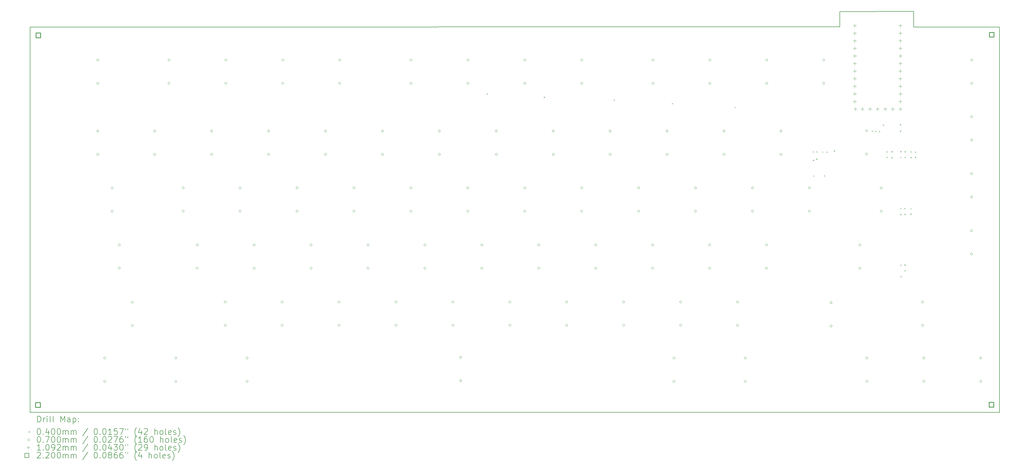
<source format=gbr>
%TF.GenerationSoftware,KiCad,Pcbnew,(6.0.10)*%
%TF.CreationDate,2023-03-05T14:36:38-08:00*%
%TF.ProjectId,keyboard,6b657962-6f61-4726-942e-6b696361645f,rev?*%
%TF.SameCoordinates,Original*%
%TF.FileFunction,Drillmap*%
%TF.FilePolarity,Positive*%
%FSLAX45Y45*%
G04 Gerber Fmt 4.5, Leading zero omitted, Abs format (unit mm)*
G04 Created by KiCad (PCBNEW (6.0.10)) date 2023-03-05 14:36:38*
%MOMM*%
%LPD*%
G01*
G04 APERTURE LIST*
%ADD10C,0.200000*%
%ADD11C,0.040000*%
%ADD12C,0.070000*%
%ADD13C,0.109220*%
%ADD14C,0.220000*%
G04 APERTURE END LIST*
D10*
X38536000Y-9704000D02*
X41010000Y-9702000D01*
X41010000Y-9702000D02*
X41008000Y-10227000D01*
X43874250Y-23130500D02*
G75*
G03*
X43874250Y-23130500I0J0D01*
G01*
X11441750Y-10224250D02*
G75*
G03*
X11441750Y-10224250I0J0D01*
G01*
X11441750Y-23130500D02*
G75*
G03*
X11441750Y-23130500I0J0D01*
G01*
X43874250Y-10224250D02*
X43874250Y-23130500D01*
X41008000Y-10227000D02*
X43874250Y-10224250D01*
X38536000Y-10219000D02*
X11441750Y-10224250D01*
X11441750Y-23130500D02*
X11441750Y-10224250D01*
X43874250Y-23130500D02*
X11441750Y-23130500D01*
X38536000Y-10219000D02*
X38536000Y-9704000D01*
D11*
X26720000Y-12444000D02*
X26760000Y-12484000D01*
X26760000Y-12444000D02*
X26720000Y-12484000D01*
X28626000Y-12554000D02*
X28666000Y-12594000D01*
X28666000Y-12554000D02*
X28626000Y-12594000D01*
X30965000Y-12647000D02*
X31005000Y-12687000D01*
X31005000Y-12647000D02*
X30965000Y-12687000D01*
X32914000Y-12768000D02*
X32954000Y-12808000D01*
X32954000Y-12768000D02*
X32914000Y-12808000D01*
X35019000Y-12896000D02*
X35059000Y-12936000D01*
X35059000Y-12896000D02*
X35019000Y-12936000D01*
X37629000Y-14381000D02*
X37669000Y-14421000D01*
X37669000Y-14381000D02*
X37629000Y-14421000D01*
X37632000Y-14666000D02*
X37672000Y-14706000D01*
X37672000Y-14666000D02*
X37632000Y-14706000D01*
X37645000Y-15192000D02*
X37685000Y-15232000D01*
X37685000Y-15192000D02*
X37645000Y-15232000D01*
X37742000Y-14625000D02*
X37782000Y-14665000D01*
X37782000Y-14625000D02*
X37742000Y-14665000D01*
X37748000Y-14385000D02*
X37788000Y-14425000D01*
X37788000Y-14385000D02*
X37748000Y-14425000D01*
X37940500Y-14387500D02*
X37980500Y-14427500D01*
X37980500Y-14387500D02*
X37940500Y-14427500D01*
X38001000Y-15189000D02*
X38041000Y-15229000D01*
X38041000Y-15189000D02*
X38001000Y-15229000D01*
X38088000Y-14389000D02*
X38128000Y-14429000D01*
X38128000Y-14389000D02*
X38088000Y-14429000D01*
X38337000Y-14353000D02*
X38377000Y-14393000D01*
X38377000Y-14353000D02*
X38337000Y-14393000D01*
X39604000Y-13687000D02*
X39644000Y-13727000D01*
X39644000Y-13687000D02*
X39604000Y-13727000D01*
X39715000Y-13698000D02*
X39755000Y-13738000D01*
X39755000Y-13698000D02*
X39715000Y-13738000D01*
X39839000Y-13707000D02*
X39879000Y-13747000D01*
X39879000Y-13707000D02*
X39839000Y-13747000D01*
X39976000Y-13485000D02*
X40016000Y-13525000D01*
X40016000Y-13485000D02*
X39976000Y-13525000D01*
X40096000Y-14380000D02*
X40136000Y-14420000D01*
X40136000Y-14380000D02*
X40096000Y-14420000D01*
X40096000Y-14569000D02*
X40136000Y-14609000D01*
X40136000Y-14569000D02*
X40096000Y-14609000D01*
X40260000Y-14575000D02*
X40300000Y-14615000D01*
X40300000Y-14575000D02*
X40260000Y-14615000D01*
X40265000Y-14379000D02*
X40305000Y-14419000D01*
X40305000Y-14379000D02*
X40265000Y-14419000D01*
X40543000Y-13473000D02*
X40583000Y-13513000D01*
X40583000Y-13473000D02*
X40543000Y-13513000D01*
X40549000Y-13687000D02*
X40589000Y-13727000D01*
X40589000Y-13687000D02*
X40549000Y-13727000D01*
X40556000Y-16484000D02*
X40596000Y-16524000D01*
X40596000Y-16484000D02*
X40556000Y-16524000D01*
X40557000Y-14377000D02*
X40597000Y-14417000D01*
X40597000Y-14377000D02*
X40557000Y-14417000D01*
X40557000Y-14573000D02*
X40597000Y-14613000D01*
X40597000Y-14573000D02*
X40557000Y-14613000D01*
X40557000Y-16283000D02*
X40597000Y-16323000D01*
X40597000Y-16283000D02*
X40557000Y-16323000D01*
X40558000Y-18178000D02*
X40598000Y-18218000D01*
X40598000Y-18178000D02*
X40558000Y-18218000D01*
X40567000Y-18555000D02*
X40607000Y-18595000D01*
X40607000Y-18555000D02*
X40567000Y-18595000D01*
X40687000Y-16282000D02*
X40727000Y-16322000D01*
X40727000Y-16282000D02*
X40687000Y-16322000D01*
X40694000Y-18171000D02*
X40734000Y-18211000D01*
X40734000Y-18171000D02*
X40694000Y-18211000D01*
X40695000Y-16478000D02*
X40735000Y-16518000D01*
X40735000Y-16478000D02*
X40695000Y-16518000D01*
X40696000Y-18365000D02*
X40736000Y-18405000D01*
X40736000Y-18365000D02*
X40696000Y-18405000D01*
X40707000Y-14379000D02*
X40747000Y-14419000D01*
X40747000Y-14379000D02*
X40707000Y-14419000D01*
X40707000Y-14568000D02*
X40747000Y-14608000D01*
X40747000Y-14568000D02*
X40707000Y-14608000D01*
X40896000Y-16283000D02*
X40936000Y-16323000D01*
X40936000Y-16283000D02*
X40896000Y-16323000D01*
X40896000Y-16467000D02*
X40936000Y-16507000D01*
X40936000Y-16467000D02*
X40896000Y-16507000D01*
X40898000Y-14384000D02*
X40938000Y-14424000D01*
X40938000Y-14384000D02*
X40898000Y-14424000D01*
X40898000Y-14572000D02*
X40938000Y-14612000D01*
X40938000Y-14572000D02*
X40898000Y-14612000D01*
X41044000Y-14390000D02*
X41084000Y-14430000D01*
X41084000Y-14390000D02*
X41044000Y-14430000D01*
X41048000Y-14566000D02*
X41088000Y-14606000D01*
X41088000Y-14566000D02*
X41048000Y-14606000D01*
D12*
X13742000Y-13705000D02*
G75*
G03*
X13742000Y-13705000I-35000J0D01*
G01*
X13742000Y-14485000D02*
G75*
G03*
X13742000Y-14485000I-35000J0D01*
G01*
X13744000Y-11327000D02*
G75*
G03*
X13744000Y-11327000I-35000J0D01*
G01*
X13744000Y-12107000D02*
G75*
G03*
X13744000Y-12107000I-35000J0D01*
G01*
X13974000Y-21310000D02*
G75*
G03*
X13974000Y-21310000I-35000J0D01*
G01*
X13974000Y-22090000D02*
G75*
G03*
X13974000Y-22090000I-35000J0D01*
G01*
X14221000Y-15616000D02*
G75*
G03*
X14221000Y-15616000I-35000J0D01*
G01*
X14221000Y-16396000D02*
G75*
G03*
X14221000Y-16396000I-35000J0D01*
G01*
X14460000Y-17517000D02*
G75*
G03*
X14460000Y-17517000I-35000J0D01*
G01*
X14460000Y-18297000D02*
G75*
G03*
X14460000Y-18297000I-35000J0D01*
G01*
X14898000Y-19440000D02*
G75*
G03*
X14898000Y-19440000I-35000J0D01*
G01*
X14898000Y-20220000D02*
G75*
G03*
X14898000Y-20220000I-35000J0D01*
G01*
X15647000Y-13705000D02*
G75*
G03*
X15647000Y-13705000I-35000J0D01*
G01*
X15647000Y-14485000D02*
G75*
G03*
X15647000Y-14485000I-35000J0D01*
G01*
X16125250Y-11327000D02*
G75*
G03*
X16125250Y-11327000I-35000J0D01*
G01*
X16125250Y-12107000D02*
G75*
G03*
X16125250Y-12107000I-35000J0D01*
G01*
X16355250Y-21310000D02*
G75*
G03*
X16355250Y-21310000I-35000J0D01*
G01*
X16355250Y-22090000D02*
G75*
G03*
X16355250Y-22090000I-35000J0D01*
G01*
X16599500Y-15610000D02*
G75*
G03*
X16599500Y-15610000I-35000J0D01*
G01*
X16599500Y-16390000D02*
G75*
G03*
X16599500Y-16390000I-35000J0D01*
G01*
X17068000Y-17520000D02*
G75*
G03*
X17068000Y-17520000I-35000J0D01*
G01*
X17068000Y-18300000D02*
G75*
G03*
X17068000Y-18300000I-35000J0D01*
G01*
X17552000Y-13705000D02*
G75*
G03*
X17552000Y-13705000I-35000J0D01*
G01*
X17552000Y-14485000D02*
G75*
G03*
X17552000Y-14485000I-35000J0D01*
G01*
X18005000Y-19430000D02*
G75*
G03*
X18005000Y-19430000I-35000J0D01*
G01*
X18005000Y-20210000D02*
G75*
G03*
X18005000Y-20210000I-35000J0D01*
G01*
X18030250Y-11327000D02*
G75*
G03*
X18030250Y-11327000I-35000J0D01*
G01*
X18030250Y-12107000D02*
G75*
G03*
X18030250Y-12107000I-35000J0D01*
G01*
X18504500Y-15610000D02*
G75*
G03*
X18504500Y-15610000I-35000J0D01*
G01*
X18504500Y-16390000D02*
G75*
G03*
X18504500Y-16390000I-35000J0D01*
G01*
X18736500Y-21310000D02*
G75*
G03*
X18736500Y-21310000I-35000J0D01*
G01*
X18736500Y-22090000D02*
G75*
G03*
X18736500Y-22090000I-35000J0D01*
G01*
X18973000Y-17520000D02*
G75*
G03*
X18973000Y-17520000I-35000J0D01*
G01*
X18973000Y-18300000D02*
G75*
G03*
X18973000Y-18300000I-35000J0D01*
G01*
X19457000Y-13705000D02*
G75*
G03*
X19457000Y-13705000I-35000J0D01*
G01*
X19457000Y-14485000D02*
G75*
G03*
X19457000Y-14485000I-35000J0D01*
G01*
X19910000Y-19430000D02*
G75*
G03*
X19910000Y-19430000I-35000J0D01*
G01*
X19910000Y-20210000D02*
G75*
G03*
X19910000Y-20210000I-35000J0D01*
G01*
X19935250Y-11327000D02*
G75*
G03*
X19935250Y-11327000I-35000J0D01*
G01*
X19935250Y-12107000D02*
G75*
G03*
X19935250Y-12107000I-35000J0D01*
G01*
X20409500Y-15610000D02*
G75*
G03*
X20409500Y-15610000I-35000J0D01*
G01*
X20409500Y-16390000D02*
G75*
G03*
X20409500Y-16390000I-35000J0D01*
G01*
X20878000Y-17520000D02*
G75*
G03*
X20878000Y-17520000I-35000J0D01*
G01*
X20878000Y-18300000D02*
G75*
G03*
X20878000Y-18300000I-35000J0D01*
G01*
X21362000Y-13705000D02*
G75*
G03*
X21362000Y-13705000I-35000J0D01*
G01*
X21362000Y-14485000D02*
G75*
G03*
X21362000Y-14485000I-35000J0D01*
G01*
X21815000Y-19430000D02*
G75*
G03*
X21815000Y-19430000I-35000J0D01*
G01*
X21815000Y-20210000D02*
G75*
G03*
X21815000Y-20210000I-35000J0D01*
G01*
X21840250Y-11327000D02*
G75*
G03*
X21840250Y-11327000I-35000J0D01*
G01*
X21840250Y-12107000D02*
G75*
G03*
X21840250Y-12107000I-35000J0D01*
G01*
X22314500Y-15610000D02*
G75*
G03*
X22314500Y-15610000I-35000J0D01*
G01*
X22314500Y-16390000D02*
G75*
G03*
X22314500Y-16390000I-35000J0D01*
G01*
X22783000Y-17520000D02*
G75*
G03*
X22783000Y-17520000I-35000J0D01*
G01*
X22783000Y-18300000D02*
G75*
G03*
X22783000Y-18300000I-35000J0D01*
G01*
X23267000Y-13705000D02*
G75*
G03*
X23267000Y-13705000I-35000J0D01*
G01*
X23267000Y-14485000D02*
G75*
G03*
X23267000Y-14485000I-35000J0D01*
G01*
X23720000Y-19430000D02*
G75*
G03*
X23720000Y-19430000I-35000J0D01*
G01*
X23720000Y-20210000D02*
G75*
G03*
X23720000Y-20210000I-35000J0D01*
G01*
X24219500Y-15610000D02*
G75*
G03*
X24219500Y-15610000I-35000J0D01*
G01*
X24219500Y-16390000D02*
G75*
G03*
X24219500Y-16390000I-35000J0D01*
G01*
X24221500Y-11327000D02*
G75*
G03*
X24221500Y-11327000I-35000J0D01*
G01*
X24221500Y-12107000D02*
G75*
G03*
X24221500Y-12107000I-35000J0D01*
G01*
X24688000Y-17520000D02*
G75*
G03*
X24688000Y-17520000I-35000J0D01*
G01*
X24688000Y-18300000D02*
G75*
G03*
X24688000Y-18300000I-35000J0D01*
G01*
X25172000Y-13705000D02*
G75*
G03*
X25172000Y-13705000I-35000J0D01*
G01*
X25172000Y-14485000D02*
G75*
G03*
X25172000Y-14485000I-35000J0D01*
G01*
X25625000Y-19430000D02*
G75*
G03*
X25625000Y-19430000I-35000J0D01*
G01*
X25625000Y-20210000D02*
G75*
G03*
X25625000Y-20210000I-35000J0D01*
G01*
X25885000Y-21289000D02*
G75*
G03*
X25885000Y-21289000I-35000J0D01*
G01*
X25885000Y-22069000D02*
G75*
G03*
X25885000Y-22069000I-35000J0D01*
G01*
X26124500Y-15610000D02*
G75*
G03*
X26124500Y-15610000I-35000J0D01*
G01*
X26124500Y-16390000D02*
G75*
G03*
X26124500Y-16390000I-35000J0D01*
G01*
X26126500Y-11327000D02*
G75*
G03*
X26126500Y-11327000I-35000J0D01*
G01*
X26126500Y-12107000D02*
G75*
G03*
X26126500Y-12107000I-35000J0D01*
G01*
X26593000Y-17520000D02*
G75*
G03*
X26593000Y-17520000I-35000J0D01*
G01*
X26593000Y-18300000D02*
G75*
G03*
X26593000Y-18300000I-35000J0D01*
G01*
X27077000Y-13705000D02*
G75*
G03*
X27077000Y-13705000I-35000J0D01*
G01*
X27077000Y-14485000D02*
G75*
G03*
X27077000Y-14485000I-35000J0D01*
G01*
X27530000Y-19430000D02*
G75*
G03*
X27530000Y-19430000I-35000J0D01*
G01*
X27530000Y-20210000D02*
G75*
G03*
X27530000Y-20210000I-35000J0D01*
G01*
X28029500Y-15610000D02*
G75*
G03*
X28029500Y-15610000I-35000J0D01*
G01*
X28029500Y-16390000D02*
G75*
G03*
X28029500Y-16390000I-35000J0D01*
G01*
X28031500Y-11327000D02*
G75*
G03*
X28031500Y-11327000I-35000J0D01*
G01*
X28031500Y-12107000D02*
G75*
G03*
X28031500Y-12107000I-35000J0D01*
G01*
X28498000Y-17520000D02*
G75*
G03*
X28498000Y-17520000I-35000J0D01*
G01*
X28498000Y-18300000D02*
G75*
G03*
X28498000Y-18300000I-35000J0D01*
G01*
X28982000Y-13705000D02*
G75*
G03*
X28982000Y-13705000I-35000J0D01*
G01*
X28982000Y-14485000D02*
G75*
G03*
X28982000Y-14485000I-35000J0D01*
G01*
X29435000Y-19430000D02*
G75*
G03*
X29435000Y-19430000I-35000J0D01*
G01*
X29435000Y-20210000D02*
G75*
G03*
X29435000Y-20210000I-35000J0D01*
G01*
X29934500Y-15610000D02*
G75*
G03*
X29934500Y-15610000I-35000J0D01*
G01*
X29934500Y-16390000D02*
G75*
G03*
X29934500Y-16390000I-35000J0D01*
G01*
X29936500Y-11327000D02*
G75*
G03*
X29936500Y-11327000I-35000J0D01*
G01*
X29936500Y-12107000D02*
G75*
G03*
X29936500Y-12107000I-35000J0D01*
G01*
X30403000Y-17520000D02*
G75*
G03*
X30403000Y-17520000I-35000J0D01*
G01*
X30403000Y-18300000D02*
G75*
G03*
X30403000Y-18300000I-35000J0D01*
G01*
X30887000Y-13705000D02*
G75*
G03*
X30887000Y-13705000I-35000J0D01*
G01*
X30887000Y-14485000D02*
G75*
G03*
X30887000Y-14485000I-35000J0D01*
G01*
X31340000Y-19430000D02*
G75*
G03*
X31340000Y-19430000I-35000J0D01*
G01*
X31340000Y-20210000D02*
G75*
G03*
X31340000Y-20210000I-35000J0D01*
G01*
X31839500Y-15610000D02*
G75*
G03*
X31839500Y-15610000I-35000J0D01*
G01*
X31839500Y-16390000D02*
G75*
G03*
X31839500Y-16390000I-35000J0D01*
G01*
X32308000Y-17520000D02*
G75*
G03*
X32308000Y-17520000I-35000J0D01*
G01*
X32308000Y-18300000D02*
G75*
G03*
X32308000Y-18300000I-35000J0D01*
G01*
X32317750Y-11327000D02*
G75*
G03*
X32317750Y-11327000I-35000J0D01*
G01*
X32317750Y-12107000D02*
G75*
G03*
X32317750Y-12107000I-35000J0D01*
G01*
X32792000Y-13705000D02*
G75*
G03*
X32792000Y-13705000I-35000J0D01*
G01*
X32792000Y-14485000D02*
G75*
G03*
X32792000Y-14485000I-35000J0D01*
G01*
X33024000Y-21310000D02*
G75*
G03*
X33024000Y-21310000I-35000J0D01*
G01*
X33024000Y-22090000D02*
G75*
G03*
X33024000Y-22090000I-35000J0D01*
G01*
X33245000Y-19430000D02*
G75*
G03*
X33245000Y-19430000I-35000J0D01*
G01*
X33245000Y-20210000D02*
G75*
G03*
X33245000Y-20210000I-35000J0D01*
G01*
X33744500Y-15610000D02*
G75*
G03*
X33744500Y-15610000I-35000J0D01*
G01*
X33744500Y-16390000D02*
G75*
G03*
X33744500Y-16390000I-35000J0D01*
G01*
X34213000Y-17520000D02*
G75*
G03*
X34213000Y-17520000I-35000J0D01*
G01*
X34213000Y-18300000D02*
G75*
G03*
X34213000Y-18300000I-35000J0D01*
G01*
X34222750Y-11327000D02*
G75*
G03*
X34222750Y-11327000I-35000J0D01*
G01*
X34222750Y-12107000D02*
G75*
G03*
X34222750Y-12107000I-35000J0D01*
G01*
X34697000Y-13705000D02*
G75*
G03*
X34697000Y-13705000I-35000J0D01*
G01*
X34697000Y-14485000D02*
G75*
G03*
X34697000Y-14485000I-35000J0D01*
G01*
X35150000Y-19430000D02*
G75*
G03*
X35150000Y-19430000I-35000J0D01*
G01*
X35150000Y-20210000D02*
G75*
G03*
X35150000Y-20210000I-35000J0D01*
G01*
X35405250Y-21310000D02*
G75*
G03*
X35405250Y-21310000I-35000J0D01*
G01*
X35405250Y-22090000D02*
G75*
G03*
X35405250Y-22090000I-35000J0D01*
G01*
X35649500Y-15610000D02*
G75*
G03*
X35649500Y-15610000I-35000J0D01*
G01*
X35649500Y-16390000D02*
G75*
G03*
X35649500Y-16390000I-35000J0D01*
G01*
X36118000Y-17520000D02*
G75*
G03*
X36118000Y-17520000I-35000J0D01*
G01*
X36118000Y-18300000D02*
G75*
G03*
X36118000Y-18300000I-35000J0D01*
G01*
X36127750Y-11327000D02*
G75*
G03*
X36127750Y-11327000I-35000J0D01*
G01*
X36127750Y-12107000D02*
G75*
G03*
X36127750Y-12107000I-35000J0D01*
G01*
X36602000Y-13705000D02*
G75*
G03*
X36602000Y-13705000I-35000J0D01*
G01*
X36602000Y-14485000D02*
G75*
G03*
X36602000Y-14485000I-35000J0D01*
G01*
X37554500Y-15610000D02*
G75*
G03*
X37554500Y-15610000I-35000J0D01*
G01*
X37554500Y-16390000D02*
G75*
G03*
X37554500Y-16390000I-35000J0D01*
G01*
X38032750Y-11327000D02*
G75*
G03*
X38032750Y-11327000I-35000J0D01*
G01*
X38032750Y-12107000D02*
G75*
G03*
X38032750Y-12107000I-35000J0D01*
G01*
X38280000Y-19453000D02*
G75*
G03*
X38280000Y-19453000I-35000J0D01*
G01*
X38280000Y-20233000D02*
G75*
G03*
X38280000Y-20233000I-35000J0D01*
G01*
X39241000Y-17520000D02*
G75*
G03*
X39241000Y-17520000I-35000J0D01*
G01*
X39241000Y-18300000D02*
G75*
G03*
X39241000Y-18300000I-35000J0D01*
G01*
X39469000Y-13697000D02*
G75*
G03*
X39469000Y-13697000I-35000J0D01*
G01*
X39469000Y-14477000D02*
G75*
G03*
X39469000Y-14477000I-35000J0D01*
G01*
X39476000Y-21307000D02*
G75*
G03*
X39476000Y-21307000I-35000J0D01*
G01*
X39476000Y-22087000D02*
G75*
G03*
X39476000Y-22087000I-35000J0D01*
G01*
X39955000Y-15613000D02*
G75*
G03*
X39955000Y-15613000I-35000J0D01*
G01*
X39955000Y-16393000D02*
G75*
G03*
X39955000Y-16393000I-35000J0D01*
G01*
X41341250Y-19430000D02*
G75*
G03*
X41341250Y-19430000I-35000J0D01*
G01*
X41341250Y-20210000D02*
G75*
G03*
X41341250Y-20210000I-35000J0D01*
G01*
X41381000Y-21307000D02*
G75*
G03*
X41381000Y-21307000I-35000J0D01*
G01*
X41381000Y-22087000D02*
G75*
G03*
X41381000Y-22087000I-35000J0D01*
G01*
X42976000Y-17043750D02*
G75*
G03*
X42976000Y-17043750I-35000J0D01*
G01*
X42976000Y-17823750D02*
G75*
G03*
X42976000Y-17823750I-35000J0D01*
G01*
X42983750Y-13228750D02*
G75*
G03*
X42983750Y-13228750I-35000J0D01*
G01*
X42983750Y-14008750D02*
G75*
G03*
X42983750Y-14008750I-35000J0D01*
G01*
X42983750Y-15133750D02*
G75*
G03*
X42983750Y-15133750I-35000J0D01*
G01*
X42983750Y-15913750D02*
G75*
G03*
X42983750Y-15913750I-35000J0D01*
G01*
X42985750Y-11327000D02*
G75*
G03*
X42985750Y-11327000I-35000J0D01*
G01*
X42985750Y-12107000D02*
G75*
G03*
X42985750Y-12107000I-35000J0D01*
G01*
X43286000Y-21307000D02*
G75*
G03*
X43286000Y-21307000I-35000J0D01*
G01*
X43286000Y-22087000D02*
G75*
G03*
X43286000Y-22087000I-35000J0D01*
G01*
D13*
X39038000Y-10122390D02*
X39038000Y-10231610D01*
X38983390Y-10177000D02*
X39092610Y-10177000D01*
X39038000Y-10376390D02*
X39038000Y-10485610D01*
X38983390Y-10431000D02*
X39092610Y-10431000D01*
X39038000Y-10630390D02*
X39038000Y-10739610D01*
X38983390Y-10685000D02*
X39092610Y-10685000D01*
X39038000Y-10884390D02*
X39038000Y-10993610D01*
X38983390Y-10939000D02*
X39092610Y-10939000D01*
X39038000Y-11138390D02*
X39038000Y-11247610D01*
X38983390Y-11193000D02*
X39092610Y-11193000D01*
X39038000Y-11392390D02*
X39038000Y-11501610D01*
X38983390Y-11447000D02*
X39092610Y-11447000D01*
X39038000Y-11646390D02*
X39038000Y-11755610D01*
X38983390Y-11701000D02*
X39092610Y-11701000D01*
X39038000Y-11900390D02*
X39038000Y-12009610D01*
X38983390Y-11955000D02*
X39092610Y-11955000D01*
X39038000Y-12154390D02*
X39038000Y-12263610D01*
X38983390Y-12209000D02*
X39092610Y-12209000D01*
X39038000Y-12408390D02*
X39038000Y-12517610D01*
X38983390Y-12463000D02*
X39092610Y-12463000D01*
X39038000Y-12662390D02*
X39038000Y-12771610D01*
X38983390Y-12717000D02*
X39092610Y-12717000D01*
X39060860Y-12916390D02*
X39060860Y-13025610D01*
X39006250Y-12971000D02*
X39115470Y-12971000D01*
X39292000Y-12916390D02*
X39292000Y-13025610D01*
X39237390Y-12971000D02*
X39346610Y-12971000D01*
X39546000Y-12916390D02*
X39546000Y-13025610D01*
X39491390Y-12971000D02*
X39600610Y-12971000D01*
X39800000Y-12916390D02*
X39800000Y-13025610D01*
X39745390Y-12971000D02*
X39854610Y-12971000D01*
X40054000Y-12916390D02*
X40054000Y-13025610D01*
X39999390Y-12971000D02*
X40108610Y-12971000D01*
X40308000Y-12916390D02*
X40308000Y-13025610D01*
X40253390Y-12971000D02*
X40362610Y-12971000D01*
X40562000Y-10122390D02*
X40562000Y-10231610D01*
X40507390Y-10177000D02*
X40616610Y-10177000D01*
X40562000Y-10376390D02*
X40562000Y-10485610D01*
X40507390Y-10431000D02*
X40616610Y-10431000D01*
X40562000Y-10630390D02*
X40562000Y-10739610D01*
X40507390Y-10685000D02*
X40616610Y-10685000D01*
X40562000Y-10884390D02*
X40562000Y-10993610D01*
X40507390Y-10939000D02*
X40616610Y-10939000D01*
X40562000Y-11138390D02*
X40562000Y-11247610D01*
X40507390Y-11193000D02*
X40616610Y-11193000D01*
X40562000Y-11392390D02*
X40562000Y-11501610D01*
X40507390Y-11447000D02*
X40616610Y-11447000D01*
X40562000Y-11646390D02*
X40562000Y-11755610D01*
X40507390Y-11701000D02*
X40616610Y-11701000D01*
X40562000Y-11900390D02*
X40562000Y-12009610D01*
X40507390Y-11955000D02*
X40616610Y-11955000D01*
X40562000Y-12154390D02*
X40562000Y-12263610D01*
X40507390Y-12209000D02*
X40616610Y-12209000D01*
X40562000Y-12408390D02*
X40562000Y-12517610D01*
X40507390Y-12463000D02*
X40616610Y-12463000D01*
X40562000Y-12662390D02*
X40562000Y-12771610D01*
X40507390Y-12717000D02*
X40616610Y-12717000D01*
X40562000Y-12916390D02*
X40562000Y-13025610D01*
X40507390Y-12971000D02*
X40616610Y-12971000D01*
D14*
X11779782Y-22954782D02*
X11779782Y-22799217D01*
X11624217Y-22799217D01*
X11624217Y-22954782D01*
X11779782Y-22954782D01*
X11788782Y-10578783D02*
X11788782Y-10423218D01*
X11633217Y-10423218D01*
X11633217Y-10578783D01*
X11788782Y-10578783D01*
X43684783Y-22947782D02*
X43684783Y-22792217D01*
X43529218Y-22792217D01*
X43529218Y-22947782D01*
X43684783Y-22947782D01*
X43695783Y-10556783D02*
X43695783Y-10401218D01*
X43540218Y-10401218D01*
X43540218Y-10556783D01*
X43695783Y-10556783D01*
D10*
X11689369Y-23450976D02*
X11689369Y-23250976D01*
X11736988Y-23250976D01*
X11765559Y-23260500D01*
X11784607Y-23279548D01*
X11794131Y-23298595D01*
X11803655Y-23336690D01*
X11803655Y-23365262D01*
X11794131Y-23403357D01*
X11784607Y-23422405D01*
X11765559Y-23441452D01*
X11736988Y-23450976D01*
X11689369Y-23450976D01*
X11889369Y-23450976D02*
X11889369Y-23317643D01*
X11889369Y-23355738D02*
X11898893Y-23336690D01*
X11908417Y-23327167D01*
X11927464Y-23317643D01*
X11946512Y-23317643D01*
X12013178Y-23450976D02*
X12013178Y-23317643D01*
X12013178Y-23250976D02*
X12003655Y-23260500D01*
X12013178Y-23270024D01*
X12022702Y-23260500D01*
X12013178Y-23250976D01*
X12013178Y-23270024D01*
X12136988Y-23450976D02*
X12117940Y-23441452D01*
X12108417Y-23422405D01*
X12108417Y-23250976D01*
X12241750Y-23450976D02*
X12222702Y-23441452D01*
X12213178Y-23422405D01*
X12213178Y-23250976D01*
X12470321Y-23450976D02*
X12470321Y-23250976D01*
X12536988Y-23393833D01*
X12603655Y-23250976D01*
X12603655Y-23450976D01*
X12784607Y-23450976D02*
X12784607Y-23346214D01*
X12775083Y-23327167D01*
X12756036Y-23317643D01*
X12717940Y-23317643D01*
X12698893Y-23327167D01*
X12784607Y-23441452D02*
X12765559Y-23450976D01*
X12717940Y-23450976D01*
X12698893Y-23441452D01*
X12689369Y-23422405D01*
X12689369Y-23403357D01*
X12698893Y-23384309D01*
X12717940Y-23374786D01*
X12765559Y-23374786D01*
X12784607Y-23365262D01*
X12879845Y-23317643D02*
X12879845Y-23517643D01*
X12879845Y-23327167D02*
X12898893Y-23317643D01*
X12936988Y-23317643D01*
X12956036Y-23327167D01*
X12965559Y-23336690D01*
X12975083Y-23355738D01*
X12975083Y-23412881D01*
X12965559Y-23431928D01*
X12956036Y-23441452D01*
X12936988Y-23450976D01*
X12898893Y-23450976D01*
X12879845Y-23441452D01*
X13060798Y-23431928D02*
X13070321Y-23441452D01*
X13060798Y-23450976D01*
X13051274Y-23441452D01*
X13060798Y-23431928D01*
X13060798Y-23450976D01*
X13060798Y-23327167D02*
X13070321Y-23336690D01*
X13060798Y-23346214D01*
X13051274Y-23336690D01*
X13060798Y-23327167D01*
X13060798Y-23346214D01*
D11*
X11391750Y-23760500D02*
X11431750Y-23800500D01*
X11431750Y-23760500D02*
X11391750Y-23800500D01*
D10*
X11727464Y-23670976D02*
X11746512Y-23670976D01*
X11765559Y-23680500D01*
X11775083Y-23690024D01*
X11784607Y-23709071D01*
X11794131Y-23747167D01*
X11794131Y-23794786D01*
X11784607Y-23832881D01*
X11775083Y-23851928D01*
X11765559Y-23861452D01*
X11746512Y-23870976D01*
X11727464Y-23870976D01*
X11708417Y-23861452D01*
X11698893Y-23851928D01*
X11689369Y-23832881D01*
X11679845Y-23794786D01*
X11679845Y-23747167D01*
X11689369Y-23709071D01*
X11698893Y-23690024D01*
X11708417Y-23680500D01*
X11727464Y-23670976D01*
X11879845Y-23851928D02*
X11889369Y-23861452D01*
X11879845Y-23870976D01*
X11870321Y-23861452D01*
X11879845Y-23851928D01*
X11879845Y-23870976D01*
X12060798Y-23737643D02*
X12060798Y-23870976D01*
X12013178Y-23661452D02*
X11965559Y-23804309D01*
X12089369Y-23804309D01*
X12203655Y-23670976D02*
X12222702Y-23670976D01*
X12241750Y-23680500D01*
X12251274Y-23690024D01*
X12260798Y-23709071D01*
X12270321Y-23747167D01*
X12270321Y-23794786D01*
X12260798Y-23832881D01*
X12251274Y-23851928D01*
X12241750Y-23861452D01*
X12222702Y-23870976D01*
X12203655Y-23870976D01*
X12184607Y-23861452D01*
X12175083Y-23851928D01*
X12165559Y-23832881D01*
X12156036Y-23794786D01*
X12156036Y-23747167D01*
X12165559Y-23709071D01*
X12175083Y-23690024D01*
X12184607Y-23680500D01*
X12203655Y-23670976D01*
X12394131Y-23670976D02*
X12413178Y-23670976D01*
X12432226Y-23680500D01*
X12441750Y-23690024D01*
X12451274Y-23709071D01*
X12460798Y-23747167D01*
X12460798Y-23794786D01*
X12451274Y-23832881D01*
X12441750Y-23851928D01*
X12432226Y-23861452D01*
X12413178Y-23870976D01*
X12394131Y-23870976D01*
X12375083Y-23861452D01*
X12365559Y-23851928D01*
X12356036Y-23832881D01*
X12346512Y-23794786D01*
X12346512Y-23747167D01*
X12356036Y-23709071D01*
X12365559Y-23690024D01*
X12375083Y-23680500D01*
X12394131Y-23670976D01*
X12546512Y-23870976D02*
X12546512Y-23737643D01*
X12546512Y-23756690D02*
X12556036Y-23747167D01*
X12575083Y-23737643D01*
X12603655Y-23737643D01*
X12622702Y-23747167D01*
X12632226Y-23766214D01*
X12632226Y-23870976D01*
X12632226Y-23766214D02*
X12641750Y-23747167D01*
X12660798Y-23737643D01*
X12689369Y-23737643D01*
X12708417Y-23747167D01*
X12717940Y-23766214D01*
X12717940Y-23870976D01*
X12813178Y-23870976D02*
X12813178Y-23737643D01*
X12813178Y-23756690D02*
X12822702Y-23747167D01*
X12841750Y-23737643D01*
X12870321Y-23737643D01*
X12889369Y-23747167D01*
X12898893Y-23766214D01*
X12898893Y-23870976D01*
X12898893Y-23766214D02*
X12908417Y-23747167D01*
X12927464Y-23737643D01*
X12956036Y-23737643D01*
X12975083Y-23747167D01*
X12984607Y-23766214D01*
X12984607Y-23870976D01*
X13375083Y-23661452D02*
X13203655Y-23918595D01*
X13632226Y-23670976D02*
X13651274Y-23670976D01*
X13670321Y-23680500D01*
X13679845Y-23690024D01*
X13689369Y-23709071D01*
X13698893Y-23747167D01*
X13698893Y-23794786D01*
X13689369Y-23832881D01*
X13679845Y-23851928D01*
X13670321Y-23861452D01*
X13651274Y-23870976D01*
X13632226Y-23870976D01*
X13613178Y-23861452D01*
X13603655Y-23851928D01*
X13594131Y-23832881D01*
X13584607Y-23794786D01*
X13584607Y-23747167D01*
X13594131Y-23709071D01*
X13603655Y-23690024D01*
X13613178Y-23680500D01*
X13632226Y-23670976D01*
X13784607Y-23851928D02*
X13794131Y-23861452D01*
X13784607Y-23870976D01*
X13775083Y-23861452D01*
X13784607Y-23851928D01*
X13784607Y-23870976D01*
X13917940Y-23670976D02*
X13936988Y-23670976D01*
X13956036Y-23680500D01*
X13965559Y-23690024D01*
X13975083Y-23709071D01*
X13984607Y-23747167D01*
X13984607Y-23794786D01*
X13975083Y-23832881D01*
X13965559Y-23851928D01*
X13956036Y-23861452D01*
X13936988Y-23870976D01*
X13917940Y-23870976D01*
X13898893Y-23861452D01*
X13889369Y-23851928D01*
X13879845Y-23832881D01*
X13870321Y-23794786D01*
X13870321Y-23747167D01*
X13879845Y-23709071D01*
X13889369Y-23690024D01*
X13898893Y-23680500D01*
X13917940Y-23670976D01*
X14175083Y-23870976D02*
X14060798Y-23870976D01*
X14117940Y-23870976D02*
X14117940Y-23670976D01*
X14098893Y-23699548D01*
X14079845Y-23718595D01*
X14060798Y-23728119D01*
X14356036Y-23670976D02*
X14260798Y-23670976D01*
X14251274Y-23766214D01*
X14260798Y-23756690D01*
X14279845Y-23747167D01*
X14327464Y-23747167D01*
X14346512Y-23756690D01*
X14356036Y-23766214D01*
X14365559Y-23785262D01*
X14365559Y-23832881D01*
X14356036Y-23851928D01*
X14346512Y-23861452D01*
X14327464Y-23870976D01*
X14279845Y-23870976D01*
X14260798Y-23861452D01*
X14251274Y-23851928D01*
X14432226Y-23670976D02*
X14565559Y-23670976D01*
X14479845Y-23870976D01*
X14632226Y-23670976D02*
X14632226Y-23709071D01*
X14708417Y-23670976D02*
X14708417Y-23709071D01*
X15003655Y-23947167D02*
X14994131Y-23937643D01*
X14975083Y-23909071D01*
X14965559Y-23890024D01*
X14956036Y-23861452D01*
X14946512Y-23813833D01*
X14946512Y-23775738D01*
X14956036Y-23728119D01*
X14965559Y-23699548D01*
X14975083Y-23680500D01*
X14994131Y-23651928D01*
X15003655Y-23642405D01*
X15165559Y-23737643D02*
X15165559Y-23870976D01*
X15117940Y-23661452D02*
X15070321Y-23804309D01*
X15194131Y-23804309D01*
X15260798Y-23690024D02*
X15270321Y-23680500D01*
X15289369Y-23670976D01*
X15336988Y-23670976D01*
X15356036Y-23680500D01*
X15365559Y-23690024D01*
X15375083Y-23709071D01*
X15375083Y-23728119D01*
X15365559Y-23756690D01*
X15251274Y-23870976D01*
X15375083Y-23870976D01*
X15613178Y-23870976D02*
X15613178Y-23670976D01*
X15698893Y-23870976D02*
X15698893Y-23766214D01*
X15689369Y-23747167D01*
X15670321Y-23737643D01*
X15641750Y-23737643D01*
X15622702Y-23747167D01*
X15613178Y-23756690D01*
X15822702Y-23870976D02*
X15803655Y-23861452D01*
X15794131Y-23851928D01*
X15784607Y-23832881D01*
X15784607Y-23775738D01*
X15794131Y-23756690D01*
X15803655Y-23747167D01*
X15822702Y-23737643D01*
X15851274Y-23737643D01*
X15870321Y-23747167D01*
X15879845Y-23756690D01*
X15889369Y-23775738D01*
X15889369Y-23832881D01*
X15879845Y-23851928D01*
X15870321Y-23861452D01*
X15851274Y-23870976D01*
X15822702Y-23870976D01*
X16003655Y-23870976D02*
X15984607Y-23861452D01*
X15975083Y-23842405D01*
X15975083Y-23670976D01*
X16156036Y-23861452D02*
X16136988Y-23870976D01*
X16098893Y-23870976D01*
X16079845Y-23861452D01*
X16070321Y-23842405D01*
X16070321Y-23766214D01*
X16079845Y-23747167D01*
X16098893Y-23737643D01*
X16136988Y-23737643D01*
X16156036Y-23747167D01*
X16165559Y-23766214D01*
X16165559Y-23785262D01*
X16070321Y-23804309D01*
X16241750Y-23861452D02*
X16260798Y-23870976D01*
X16298893Y-23870976D01*
X16317940Y-23861452D01*
X16327464Y-23842405D01*
X16327464Y-23832881D01*
X16317940Y-23813833D01*
X16298893Y-23804309D01*
X16270321Y-23804309D01*
X16251274Y-23794786D01*
X16241750Y-23775738D01*
X16241750Y-23766214D01*
X16251274Y-23747167D01*
X16270321Y-23737643D01*
X16298893Y-23737643D01*
X16317940Y-23747167D01*
X16394131Y-23947167D02*
X16403655Y-23937643D01*
X16422702Y-23909071D01*
X16432226Y-23890024D01*
X16441750Y-23861452D01*
X16451274Y-23813833D01*
X16451274Y-23775738D01*
X16441750Y-23728119D01*
X16432226Y-23699548D01*
X16422702Y-23680500D01*
X16403655Y-23651928D01*
X16394131Y-23642405D01*
D12*
X11431750Y-24044500D02*
G75*
G03*
X11431750Y-24044500I-35000J0D01*
G01*
D10*
X11727464Y-23934976D02*
X11746512Y-23934976D01*
X11765559Y-23944500D01*
X11775083Y-23954024D01*
X11784607Y-23973071D01*
X11794131Y-24011167D01*
X11794131Y-24058786D01*
X11784607Y-24096881D01*
X11775083Y-24115928D01*
X11765559Y-24125452D01*
X11746512Y-24134976D01*
X11727464Y-24134976D01*
X11708417Y-24125452D01*
X11698893Y-24115928D01*
X11689369Y-24096881D01*
X11679845Y-24058786D01*
X11679845Y-24011167D01*
X11689369Y-23973071D01*
X11698893Y-23954024D01*
X11708417Y-23944500D01*
X11727464Y-23934976D01*
X11879845Y-24115928D02*
X11889369Y-24125452D01*
X11879845Y-24134976D01*
X11870321Y-24125452D01*
X11879845Y-24115928D01*
X11879845Y-24134976D01*
X11956036Y-23934976D02*
X12089369Y-23934976D01*
X12003655Y-24134976D01*
X12203655Y-23934976D02*
X12222702Y-23934976D01*
X12241750Y-23944500D01*
X12251274Y-23954024D01*
X12260798Y-23973071D01*
X12270321Y-24011167D01*
X12270321Y-24058786D01*
X12260798Y-24096881D01*
X12251274Y-24115928D01*
X12241750Y-24125452D01*
X12222702Y-24134976D01*
X12203655Y-24134976D01*
X12184607Y-24125452D01*
X12175083Y-24115928D01*
X12165559Y-24096881D01*
X12156036Y-24058786D01*
X12156036Y-24011167D01*
X12165559Y-23973071D01*
X12175083Y-23954024D01*
X12184607Y-23944500D01*
X12203655Y-23934976D01*
X12394131Y-23934976D02*
X12413178Y-23934976D01*
X12432226Y-23944500D01*
X12441750Y-23954024D01*
X12451274Y-23973071D01*
X12460798Y-24011167D01*
X12460798Y-24058786D01*
X12451274Y-24096881D01*
X12441750Y-24115928D01*
X12432226Y-24125452D01*
X12413178Y-24134976D01*
X12394131Y-24134976D01*
X12375083Y-24125452D01*
X12365559Y-24115928D01*
X12356036Y-24096881D01*
X12346512Y-24058786D01*
X12346512Y-24011167D01*
X12356036Y-23973071D01*
X12365559Y-23954024D01*
X12375083Y-23944500D01*
X12394131Y-23934976D01*
X12546512Y-24134976D02*
X12546512Y-24001643D01*
X12546512Y-24020690D02*
X12556036Y-24011167D01*
X12575083Y-24001643D01*
X12603655Y-24001643D01*
X12622702Y-24011167D01*
X12632226Y-24030214D01*
X12632226Y-24134976D01*
X12632226Y-24030214D02*
X12641750Y-24011167D01*
X12660798Y-24001643D01*
X12689369Y-24001643D01*
X12708417Y-24011167D01*
X12717940Y-24030214D01*
X12717940Y-24134976D01*
X12813178Y-24134976D02*
X12813178Y-24001643D01*
X12813178Y-24020690D02*
X12822702Y-24011167D01*
X12841750Y-24001643D01*
X12870321Y-24001643D01*
X12889369Y-24011167D01*
X12898893Y-24030214D01*
X12898893Y-24134976D01*
X12898893Y-24030214D02*
X12908417Y-24011167D01*
X12927464Y-24001643D01*
X12956036Y-24001643D01*
X12975083Y-24011167D01*
X12984607Y-24030214D01*
X12984607Y-24134976D01*
X13375083Y-23925452D02*
X13203655Y-24182595D01*
X13632226Y-23934976D02*
X13651274Y-23934976D01*
X13670321Y-23944500D01*
X13679845Y-23954024D01*
X13689369Y-23973071D01*
X13698893Y-24011167D01*
X13698893Y-24058786D01*
X13689369Y-24096881D01*
X13679845Y-24115928D01*
X13670321Y-24125452D01*
X13651274Y-24134976D01*
X13632226Y-24134976D01*
X13613178Y-24125452D01*
X13603655Y-24115928D01*
X13594131Y-24096881D01*
X13584607Y-24058786D01*
X13584607Y-24011167D01*
X13594131Y-23973071D01*
X13603655Y-23954024D01*
X13613178Y-23944500D01*
X13632226Y-23934976D01*
X13784607Y-24115928D02*
X13794131Y-24125452D01*
X13784607Y-24134976D01*
X13775083Y-24125452D01*
X13784607Y-24115928D01*
X13784607Y-24134976D01*
X13917940Y-23934976D02*
X13936988Y-23934976D01*
X13956036Y-23944500D01*
X13965559Y-23954024D01*
X13975083Y-23973071D01*
X13984607Y-24011167D01*
X13984607Y-24058786D01*
X13975083Y-24096881D01*
X13965559Y-24115928D01*
X13956036Y-24125452D01*
X13936988Y-24134976D01*
X13917940Y-24134976D01*
X13898893Y-24125452D01*
X13889369Y-24115928D01*
X13879845Y-24096881D01*
X13870321Y-24058786D01*
X13870321Y-24011167D01*
X13879845Y-23973071D01*
X13889369Y-23954024D01*
X13898893Y-23944500D01*
X13917940Y-23934976D01*
X14060798Y-23954024D02*
X14070321Y-23944500D01*
X14089369Y-23934976D01*
X14136988Y-23934976D01*
X14156036Y-23944500D01*
X14165559Y-23954024D01*
X14175083Y-23973071D01*
X14175083Y-23992119D01*
X14165559Y-24020690D01*
X14051274Y-24134976D01*
X14175083Y-24134976D01*
X14241750Y-23934976D02*
X14375083Y-23934976D01*
X14289369Y-24134976D01*
X14536988Y-23934976D02*
X14498893Y-23934976D01*
X14479845Y-23944500D01*
X14470321Y-23954024D01*
X14451274Y-23982595D01*
X14441750Y-24020690D01*
X14441750Y-24096881D01*
X14451274Y-24115928D01*
X14460798Y-24125452D01*
X14479845Y-24134976D01*
X14517940Y-24134976D01*
X14536988Y-24125452D01*
X14546512Y-24115928D01*
X14556036Y-24096881D01*
X14556036Y-24049262D01*
X14546512Y-24030214D01*
X14536988Y-24020690D01*
X14517940Y-24011167D01*
X14479845Y-24011167D01*
X14460798Y-24020690D01*
X14451274Y-24030214D01*
X14441750Y-24049262D01*
X14632226Y-23934976D02*
X14632226Y-23973071D01*
X14708417Y-23934976D02*
X14708417Y-23973071D01*
X15003655Y-24211167D02*
X14994131Y-24201643D01*
X14975083Y-24173071D01*
X14965559Y-24154024D01*
X14956036Y-24125452D01*
X14946512Y-24077833D01*
X14946512Y-24039738D01*
X14956036Y-23992119D01*
X14965559Y-23963548D01*
X14975083Y-23944500D01*
X14994131Y-23915928D01*
X15003655Y-23906405D01*
X15184607Y-24134976D02*
X15070321Y-24134976D01*
X15127464Y-24134976D02*
X15127464Y-23934976D01*
X15108417Y-23963548D01*
X15089369Y-23982595D01*
X15070321Y-23992119D01*
X15356036Y-23934976D02*
X15317940Y-23934976D01*
X15298893Y-23944500D01*
X15289369Y-23954024D01*
X15270321Y-23982595D01*
X15260798Y-24020690D01*
X15260798Y-24096881D01*
X15270321Y-24115928D01*
X15279845Y-24125452D01*
X15298893Y-24134976D01*
X15336988Y-24134976D01*
X15356036Y-24125452D01*
X15365559Y-24115928D01*
X15375083Y-24096881D01*
X15375083Y-24049262D01*
X15365559Y-24030214D01*
X15356036Y-24020690D01*
X15336988Y-24011167D01*
X15298893Y-24011167D01*
X15279845Y-24020690D01*
X15270321Y-24030214D01*
X15260798Y-24049262D01*
X15498893Y-23934976D02*
X15517940Y-23934976D01*
X15536988Y-23944500D01*
X15546512Y-23954024D01*
X15556036Y-23973071D01*
X15565559Y-24011167D01*
X15565559Y-24058786D01*
X15556036Y-24096881D01*
X15546512Y-24115928D01*
X15536988Y-24125452D01*
X15517940Y-24134976D01*
X15498893Y-24134976D01*
X15479845Y-24125452D01*
X15470321Y-24115928D01*
X15460798Y-24096881D01*
X15451274Y-24058786D01*
X15451274Y-24011167D01*
X15460798Y-23973071D01*
X15470321Y-23954024D01*
X15479845Y-23944500D01*
X15498893Y-23934976D01*
X15803655Y-24134976D02*
X15803655Y-23934976D01*
X15889369Y-24134976D02*
X15889369Y-24030214D01*
X15879845Y-24011167D01*
X15860798Y-24001643D01*
X15832226Y-24001643D01*
X15813178Y-24011167D01*
X15803655Y-24020690D01*
X16013178Y-24134976D02*
X15994131Y-24125452D01*
X15984607Y-24115928D01*
X15975083Y-24096881D01*
X15975083Y-24039738D01*
X15984607Y-24020690D01*
X15994131Y-24011167D01*
X16013178Y-24001643D01*
X16041750Y-24001643D01*
X16060798Y-24011167D01*
X16070321Y-24020690D01*
X16079845Y-24039738D01*
X16079845Y-24096881D01*
X16070321Y-24115928D01*
X16060798Y-24125452D01*
X16041750Y-24134976D01*
X16013178Y-24134976D01*
X16194131Y-24134976D02*
X16175083Y-24125452D01*
X16165559Y-24106405D01*
X16165559Y-23934976D01*
X16346512Y-24125452D02*
X16327464Y-24134976D01*
X16289369Y-24134976D01*
X16270321Y-24125452D01*
X16260798Y-24106405D01*
X16260798Y-24030214D01*
X16270321Y-24011167D01*
X16289369Y-24001643D01*
X16327464Y-24001643D01*
X16346512Y-24011167D01*
X16356036Y-24030214D01*
X16356036Y-24049262D01*
X16260798Y-24068309D01*
X16432226Y-24125452D02*
X16451274Y-24134976D01*
X16489369Y-24134976D01*
X16508417Y-24125452D01*
X16517940Y-24106405D01*
X16517940Y-24096881D01*
X16508417Y-24077833D01*
X16489369Y-24068309D01*
X16460798Y-24068309D01*
X16441750Y-24058786D01*
X16432226Y-24039738D01*
X16432226Y-24030214D01*
X16441750Y-24011167D01*
X16460798Y-24001643D01*
X16489369Y-24001643D01*
X16508417Y-24011167D01*
X16584607Y-24211167D02*
X16594131Y-24201643D01*
X16613178Y-24173071D01*
X16622702Y-24154024D01*
X16632226Y-24125452D01*
X16641750Y-24077833D01*
X16641750Y-24039738D01*
X16632226Y-23992119D01*
X16622702Y-23963548D01*
X16613178Y-23944500D01*
X16594131Y-23915928D01*
X16584607Y-23906405D01*
D13*
X11377140Y-24253890D02*
X11377140Y-24363110D01*
X11322530Y-24308500D02*
X11431750Y-24308500D01*
D10*
X11794131Y-24398976D02*
X11679845Y-24398976D01*
X11736988Y-24398976D02*
X11736988Y-24198976D01*
X11717940Y-24227548D01*
X11698893Y-24246595D01*
X11679845Y-24256119D01*
X11879845Y-24379928D02*
X11889369Y-24389452D01*
X11879845Y-24398976D01*
X11870321Y-24389452D01*
X11879845Y-24379928D01*
X11879845Y-24398976D01*
X12013178Y-24198976D02*
X12032226Y-24198976D01*
X12051274Y-24208500D01*
X12060798Y-24218024D01*
X12070321Y-24237071D01*
X12079845Y-24275167D01*
X12079845Y-24322786D01*
X12070321Y-24360881D01*
X12060798Y-24379928D01*
X12051274Y-24389452D01*
X12032226Y-24398976D01*
X12013178Y-24398976D01*
X11994131Y-24389452D01*
X11984607Y-24379928D01*
X11975083Y-24360881D01*
X11965559Y-24322786D01*
X11965559Y-24275167D01*
X11975083Y-24237071D01*
X11984607Y-24218024D01*
X11994131Y-24208500D01*
X12013178Y-24198976D01*
X12175083Y-24398976D02*
X12213178Y-24398976D01*
X12232226Y-24389452D01*
X12241750Y-24379928D01*
X12260798Y-24351357D01*
X12270321Y-24313262D01*
X12270321Y-24237071D01*
X12260798Y-24218024D01*
X12251274Y-24208500D01*
X12232226Y-24198976D01*
X12194131Y-24198976D01*
X12175083Y-24208500D01*
X12165559Y-24218024D01*
X12156036Y-24237071D01*
X12156036Y-24284690D01*
X12165559Y-24303738D01*
X12175083Y-24313262D01*
X12194131Y-24322786D01*
X12232226Y-24322786D01*
X12251274Y-24313262D01*
X12260798Y-24303738D01*
X12270321Y-24284690D01*
X12346512Y-24218024D02*
X12356036Y-24208500D01*
X12375083Y-24198976D01*
X12422702Y-24198976D01*
X12441750Y-24208500D01*
X12451274Y-24218024D01*
X12460798Y-24237071D01*
X12460798Y-24256119D01*
X12451274Y-24284690D01*
X12336988Y-24398976D01*
X12460798Y-24398976D01*
X12546512Y-24398976D02*
X12546512Y-24265643D01*
X12546512Y-24284690D02*
X12556036Y-24275167D01*
X12575083Y-24265643D01*
X12603655Y-24265643D01*
X12622702Y-24275167D01*
X12632226Y-24294214D01*
X12632226Y-24398976D01*
X12632226Y-24294214D02*
X12641750Y-24275167D01*
X12660798Y-24265643D01*
X12689369Y-24265643D01*
X12708417Y-24275167D01*
X12717940Y-24294214D01*
X12717940Y-24398976D01*
X12813178Y-24398976D02*
X12813178Y-24265643D01*
X12813178Y-24284690D02*
X12822702Y-24275167D01*
X12841750Y-24265643D01*
X12870321Y-24265643D01*
X12889369Y-24275167D01*
X12898893Y-24294214D01*
X12898893Y-24398976D01*
X12898893Y-24294214D02*
X12908417Y-24275167D01*
X12927464Y-24265643D01*
X12956036Y-24265643D01*
X12975083Y-24275167D01*
X12984607Y-24294214D01*
X12984607Y-24398976D01*
X13375083Y-24189452D02*
X13203655Y-24446595D01*
X13632226Y-24198976D02*
X13651274Y-24198976D01*
X13670321Y-24208500D01*
X13679845Y-24218024D01*
X13689369Y-24237071D01*
X13698893Y-24275167D01*
X13698893Y-24322786D01*
X13689369Y-24360881D01*
X13679845Y-24379928D01*
X13670321Y-24389452D01*
X13651274Y-24398976D01*
X13632226Y-24398976D01*
X13613178Y-24389452D01*
X13603655Y-24379928D01*
X13594131Y-24360881D01*
X13584607Y-24322786D01*
X13584607Y-24275167D01*
X13594131Y-24237071D01*
X13603655Y-24218024D01*
X13613178Y-24208500D01*
X13632226Y-24198976D01*
X13784607Y-24379928D02*
X13794131Y-24389452D01*
X13784607Y-24398976D01*
X13775083Y-24389452D01*
X13784607Y-24379928D01*
X13784607Y-24398976D01*
X13917940Y-24198976D02*
X13936988Y-24198976D01*
X13956036Y-24208500D01*
X13965559Y-24218024D01*
X13975083Y-24237071D01*
X13984607Y-24275167D01*
X13984607Y-24322786D01*
X13975083Y-24360881D01*
X13965559Y-24379928D01*
X13956036Y-24389452D01*
X13936988Y-24398976D01*
X13917940Y-24398976D01*
X13898893Y-24389452D01*
X13889369Y-24379928D01*
X13879845Y-24360881D01*
X13870321Y-24322786D01*
X13870321Y-24275167D01*
X13879845Y-24237071D01*
X13889369Y-24218024D01*
X13898893Y-24208500D01*
X13917940Y-24198976D01*
X14156036Y-24265643D02*
X14156036Y-24398976D01*
X14108417Y-24189452D02*
X14060798Y-24332309D01*
X14184607Y-24332309D01*
X14241750Y-24198976D02*
X14365559Y-24198976D01*
X14298893Y-24275167D01*
X14327464Y-24275167D01*
X14346512Y-24284690D01*
X14356036Y-24294214D01*
X14365559Y-24313262D01*
X14365559Y-24360881D01*
X14356036Y-24379928D01*
X14346512Y-24389452D01*
X14327464Y-24398976D01*
X14270321Y-24398976D01*
X14251274Y-24389452D01*
X14241750Y-24379928D01*
X14489369Y-24198976D02*
X14508417Y-24198976D01*
X14527464Y-24208500D01*
X14536988Y-24218024D01*
X14546512Y-24237071D01*
X14556036Y-24275167D01*
X14556036Y-24322786D01*
X14546512Y-24360881D01*
X14536988Y-24379928D01*
X14527464Y-24389452D01*
X14508417Y-24398976D01*
X14489369Y-24398976D01*
X14470321Y-24389452D01*
X14460798Y-24379928D01*
X14451274Y-24360881D01*
X14441750Y-24322786D01*
X14441750Y-24275167D01*
X14451274Y-24237071D01*
X14460798Y-24218024D01*
X14470321Y-24208500D01*
X14489369Y-24198976D01*
X14632226Y-24198976D02*
X14632226Y-24237071D01*
X14708417Y-24198976D02*
X14708417Y-24237071D01*
X15003655Y-24475167D02*
X14994131Y-24465643D01*
X14975083Y-24437071D01*
X14965559Y-24418024D01*
X14956036Y-24389452D01*
X14946512Y-24341833D01*
X14946512Y-24303738D01*
X14956036Y-24256119D01*
X14965559Y-24227548D01*
X14975083Y-24208500D01*
X14994131Y-24179928D01*
X15003655Y-24170405D01*
X15070321Y-24218024D02*
X15079845Y-24208500D01*
X15098893Y-24198976D01*
X15146512Y-24198976D01*
X15165559Y-24208500D01*
X15175083Y-24218024D01*
X15184607Y-24237071D01*
X15184607Y-24256119D01*
X15175083Y-24284690D01*
X15060798Y-24398976D01*
X15184607Y-24398976D01*
X15279845Y-24398976D02*
X15317940Y-24398976D01*
X15336988Y-24389452D01*
X15346512Y-24379928D01*
X15365559Y-24351357D01*
X15375083Y-24313262D01*
X15375083Y-24237071D01*
X15365559Y-24218024D01*
X15356036Y-24208500D01*
X15336988Y-24198976D01*
X15298893Y-24198976D01*
X15279845Y-24208500D01*
X15270321Y-24218024D01*
X15260798Y-24237071D01*
X15260798Y-24284690D01*
X15270321Y-24303738D01*
X15279845Y-24313262D01*
X15298893Y-24322786D01*
X15336988Y-24322786D01*
X15356036Y-24313262D01*
X15365559Y-24303738D01*
X15375083Y-24284690D01*
X15613178Y-24398976D02*
X15613178Y-24198976D01*
X15698893Y-24398976D02*
X15698893Y-24294214D01*
X15689369Y-24275167D01*
X15670321Y-24265643D01*
X15641750Y-24265643D01*
X15622702Y-24275167D01*
X15613178Y-24284690D01*
X15822702Y-24398976D02*
X15803655Y-24389452D01*
X15794131Y-24379928D01*
X15784607Y-24360881D01*
X15784607Y-24303738D01*
X15794131Y-24284690D01*
X15803655Y-24275167D01*
X15822702Y-24265643D01*
X15851274Y-24265643D01*
X15870321Y-24275167D01*
X15879845Y-24284690D01*
X15889369Y-24303738D01*
X15889369Y-24360881D01*
X15879845Y-24379928D01*
X15870321Y-24389452D01*
X15851274Y-24398976D01*
X15822702Y-24398976D01*
X16003655Y-24398976D02*
X15984607Y-24389452D01*
X15975083Y-24370405D01*
X15975083Y-24198976D01*
X16156036Y-24389452D02*
X16136988Y-24398976D01*
X16098893Y-24398976D01*
X16079845Y-24389452D01*
X16070321Y-24370405D01*
X16070321Y-24294214D01*
X16079845Y-24275167D01*
X16098893Y-24265643D01*
X16136988Y-24265643D01*
X16156036Y-24275167D01*
X16165559Y-24294214D01*
X16165559Y-24313262D01*
X16070321Y-24332309D01*
X16241750Y-24389452D02*
X16260798Y-24398976D01*
X16298893Y-24398976D01*
X16317940Y-24389452D01*
X16327464Y-24370405D01*
X16327464Y-24360881D01*
X16317940Y-24341833D01*
X16298893Y-24332309D01*
X16270321Y-24332309D01*
X16251274Y-24322786D01*
X16241750Y-24303738D01*
X16241750Y-24294214D01*
X16251274Y-24275167D01*
X16270321Y-24265643D01*
X16298893Y-24265643D01*
X16317940Y-24275167D01*
X16394131Y-24475167D02*
X16403655Y-24465643D01*
X16422702Y-24437071D01*
X16432226Y-24418024D01*
X16441750Y-24389452D01*
X16451274Y-24341833D01*
X16451274Y-24303738D01*
X16441750Y-24256119D01*
X16432226Y-24227548D01*
X16422702Y-24208500D01*
X16403655Y-24179928D01*
X16394131Y-24170405D01*
X11402461Y-24643211D02*
X11402461Y-24501789D01*
X11261039Y-24501789D01*
X11261039Y-24643211D01*
X11402461Y-24643211D01*
X11679845Y-24482024D02*
X11689369Y-24472500D01*
X11708417Y-24462976D01*
X11756036Y-24462976D01*
X11775083Y-24472500D01*
X11784607Y-24482024D01*
X11794131Y-24501071D01*
X11794131Y-24520119D01*
X11784607Y-24548690D01*
X11670321Y-24662976D01*
X11794131Y-24662976D01*
X11879845Y-24643928D02*
X11889369Y-24653452D01*
X11879845Y-24662976D01*
X11870321Y-24653452D01*
X11879845Y-24643928D01*
X11879845Y-24662976D01*
X11965559Y-24482024D02*
X11975083Y-24472500D01*
X11994131Y-24462976D01*
X12041750Y-24462976D01*
X12060798Y-24472500D01*
X12070321Y-24482024D01*
X12079845Y-24501071D01*
X12079845Y-24520119D01*
X12070321Y-24548690D01*
X11956036Y-24662976D01*
X12079845Y-24662976D01*
X12203655Y-24462976D02*
X12222702Y-24462976D01*
X12241750Y-24472500D01*
X12251274Y-24482024D01*
X12260798Y-24501071D01*
X12270321Y-24539167D01*
X12270321Y-24586786D01*
X12260798Y-24624881D01*
X12251274Y-24643928D01*
X12241750Y-24653452D01*
X12222702Y-24662976D01*
X12203655Y-24662976D01*
X12184607Y-24653452D01*
X12175083Y-24643928D01*
X12165559Y-24624881D01*
X12156036Y-24586786D01*
X12156036Y-24539167D01*
X12165559Y-24501071D01*
X12175083Y-24482024D01*
X12184607Y-24472500D01*
X12203655Y-24462976D01*
X12394131Y-24462976D02*
X12413178Y-24462976D01*
X12432226Y-24472500D01*
X12441750Y-24482024D01*
X12451274Y-24501071D01*
X12460798Y-24539167D01*
X12460798Y-24586786D01*
X12451274Y-24624881D01*
X12441750Y-24643928D01*
X12432226Y-24653452D01*
X12413178Y-24662976D01*
X12394131Y-24662976D01*
X12375083Y-24653452D01*
X12365559Y-24643928D01*
X12356036Y-24624881D01*
X12346512Y-24586786D01*
X12346512Y-24539167D01*
X12356036Y-24501071D01*
X12365559Y-24482024D01*
X12375083Y-24472500D01*
X12394131Y-24462976D01*
X12546512Y-24662976D02*
X12546512Y-24529643D01*
X12546512Y-24548690D02*
X12556036Y-24539167D01*
X12575083Y-24529643D01*
X12603655Y-24529643D01*
X12622702Y-24539167D01*
X12632226Y-24558214D01*
X12632226Y-24662976D01*
X12632226Y-24558214D02*
X12641750Y-24539167D01*
X12660798Y-24529643D01*
X12689369Y-24529643D01*
X12708417Y-24539167D01*
X12717940Y-24558214D01*
X12717940Y-24662976D01*
X12813178Y-24662976D02*
X12813178Y-24529643D01*
X12813178Y-24548690D02*
X12822702Y-24539167D01*
X12841750Y-24529643D01*
X12870321Y-24529643D01*
X12889369Y-24539167D01*
X12898893Y-24558214D01*
X12898893Y-24662976D01*
X12898893Y-24558214D02*
X12908417Y-24539167D01*
X12927464Y-24529643D01*
X12956036Y-24529643D01*
X12975083Y-24539167D01*
X12984607Y-24558214D01*
X12984607Y-24662976D01*
X13375083Y-24453452D02*
X13203655Y-24710595D01*
X13632226Y-24462976D02*
X13651274Y-24462976D01*
X13670321Y-24472500D01*
X13679845Y-24482024D01*
X13689369Y-24501071D01*
X13698893Y-24539167D01*
X13698893Y-24586786D01*
X13689369Y-24624881D01*
X13679845Y-24643928D01*
X13670321Y-24653452D01*
X13651274Y-24662976D01*
X13632226Y-24662976D01*
X13613178Y-24653452D01*
X13603655Y-24643928D01*
X13594131Y-24624881D01*
X13584607Y-24586786D01*
X13584607Y-24539167D01*
X13594131Y-24501071D01*
X13603655Y-24482024D01*
X13613178Y-24472500D01*
X13632226Y-24462976D01*
X13784607Y-24643928D02*
X13794131Y-24653452D01*
X13784607Y-24662976D01*
X13775083Y-24653452D01*
X13784607Y-24643928D01*
X13784607Y-24662976D01*
X13917940Y-24462976D02*
X13936988Y-24462976D01*
X13956036Y-24472500D01*
X13965559Y-24482024D01*
X13975083Y-24501071D01*
X13984607Y-24539167D01*
X13984607Y-24586786D01*
X13975083Y-24624881D01*
X13965559Y-24643928D01*
X13956036Y-24653452D01*
X13936988Y-24662976D01*
X13917940Y-24662976D01*
X13898893Y-24653452D01*
X13889369Y-24643928D01*
X13879845Y-24624881D01*
X13870321Y-24586786D01*
X13870321Y-24539167D01*
X13879845Y-24501071D01*
X13889369Y-24482024D01*
X13898893Y-24472500D01*
X13917940Y-24462976D01*
X14098893Y-24548690D02*
X14079845Y-24539167D01*
X14070321Y-24529643D01*
X14060798Y-24510595D01*
X14060798Y-24501071D01*
X14070321Y-24482024D01*
X14079845Y-24472500D01*
X14098893Y-24462976D01*
X14136988Y-24462976D01*
X14156036Y-24472500D01*
X14165559Y-24482024D01*
X14175083Y-24501071D01*
X14175083Y-24510595D01*
X14165559Y-24529643D01*
X14156036Y-24539167D01*
X14136988Y-24548690D01*
X14098893Y-24548690D01*
X14079845Y-24558214D01*
X14070321Y-24567738D01*
X14060798Y-24586786D01*
X14060798Y-24624881D01*
X14070321Y-24643928D01*
X14079845Y-24653452D01*
X14098893Y-24662976D01*
X14136988Y-24662976D01*
X14156036Y-24653452D01*
X14165559Y-24643928D01*
X14175083Y-24624881D01*
X14175083Y-24586786D01*
X14165559Y-24567738D01*
X14156036Y-24558214D01*
X14136988Y-24548690D01*
X14346512Y-24462976D02*
X14308417Y-24462976D01*
X14289369Y-24472500D01*
X14279845Y-24482024D01*
X14260798Y-24510595D01*
X14251274Y-24548690D01*
X14251274Y-24624881D01*
X14260798Y-24643928D01*
X14270321Y-24653452D01*
X14289369Y-24662976D01*
X14327464Y-24662976D01*
X14346512Y-24653452D01*
X14356036Y-24643928D01*
X14365559Y-24624881D01*
X14365559Y-24577262D01*
X14356036Y-24558214D01*
X14346512Y-24548690D01*
X14327464Y-24539167D01*
X14289369Y-24539167D01*
X14270321Y-24548690D01*
X14260798Y-24558214D01*
X14251274Y-24577262D01*
X14536988Y-24462976D02*
X14498893Y-24462976D01*
X14479845Y-24472500D01*
X14470321Y-24482024D01*
X14451274Y-24510595D01*
X14441750Y-24548690D01*
X14441750Y-24624881D01*
X14451274Y-24643928D01*
X14460798Y-24653452D01*
X14479845Y-24662976D01*
X14517940Y-24662976D01*
X14536988Y-24653452D01*
X14546512Y-24643928D01*
X14556036Y-24624881D01*
X14556036Y-24577262D01*
X14546512Y-24558214D01*
X14536988Y-24548690D01*
X14517940Y-24539167D01*
X14479845Y-24539167D01*
X14460798Y-24548690D01*
X14451274Y-24558214D01*
X14441750Y-24577262D01*
X14632226Y-24462976D02*
X14632226Y-24501071D01*
X14708417Y-24462976D02*
X14708417Y-24501071D01*
X15003655Y-24739167D02*
X14994131Y-24729643D01*
X14975083Y-24701071D01*
X14965559Y-24682024D01*
X14956036Y-24653452D01*
X14946512Y-24605833D01*
X14946512Y-24567738D01*
X14956036Y-24520119D01*
X14965559Y-24491548D01*
X14975083Y-24472500D01*
X14994131Y-24443928D01*
X15003655Y-24434405D01*
X15165559Y-24529643D02*
X15165559Y-24662976D01*
X15117940Y-24453452D02*
X15070321Y-24596309D01*
X15194131Y-24596309D01*
X15422702Y-24662976D02*
X15422702Y-24462976D01*
X15508417Y-24662976D02*
X15508417Y-24558214D01*
X15498893Y-24539167D01*
X15479845Y-24529643D01*
X15451274Y-24529643D01*
X15432226Y-24539167D01*
X15422702Y-24548690D01*
X15632226Y-24662976D02*
X15613178Y-24653452D01*
X15603655Y-24643928D01*
X15594131Y-24624881D01*
X15594131Y-24567738D01*
X15603655Y-24548690D01*
X15613178Y-24539167D01*
X15632226Y-24529643D01*
X15660798Y-24529643D01*
X15679845Y-24539167D01*
X15689369Y-24548690D01*
X15698893Y-24567738D01*
X15698893Y-24624881D01*
X15689369Y-24643928D01*
X15679845Y-24653452D01*
X15660798Y-24662976D01*
X15632226Y-24662976D01*
X15813178Y-24662976D02*
X15794131Y-24653452D01*
X15784607Y-24634405D01*
X15784607Y-24462976D01*
X15965559Y-24653452D02*
X15946512Y-24662976D01*
X15908417Y-24662976D01*
X15889369Y-24653452D01*
X15879845Y-24634405D01*
X15879845Y-24558214D01*
X15889369Y-24539167D01*
X15908417Y-24529643D01*
X15946512Y-24529643D01*
X15965559Y-24539167D01*
X15975083Y-24558214D01*
X15975083Y-24577262D01*
X15879845Y-24596309D01*
X16051274Y-24653452D02*
X16070321Y-24662976D01*
X16108417Y-24662976D01*
X16127464Y-24653452D01*
X16136988Y-24634405D01*
X16136988Y-24624881D01*
X16127464Y-24605833D01*
X16108417Y-24596309D01*
X16079845Y-24596309D01*
X16060798Y-24586786D01*
X16051274Y-24567738D01*
X16051274Y-24558214D01*
X16060798Y-24539167D01*
X16079845Y-24529643D01*
X16108417Y-24529643D01*
X16127464Y-24539167D01*
X16203655Y-24739167D02*
X16213178Y-24729643D01*
X16232226Y-24701071D01*
X16241750Y-24682024D01*
X16251274Y-24653452D01*
X16260798Y-24605833D01*
X16260798Y-24567738D01*
X16251274Y-24520119D01*
X16241750Y-24491548D01*
X16232226Y-24472500D01*
X16213178Y-24443928D01*
X16203655Y-24434405D01*
M02*

</source>
